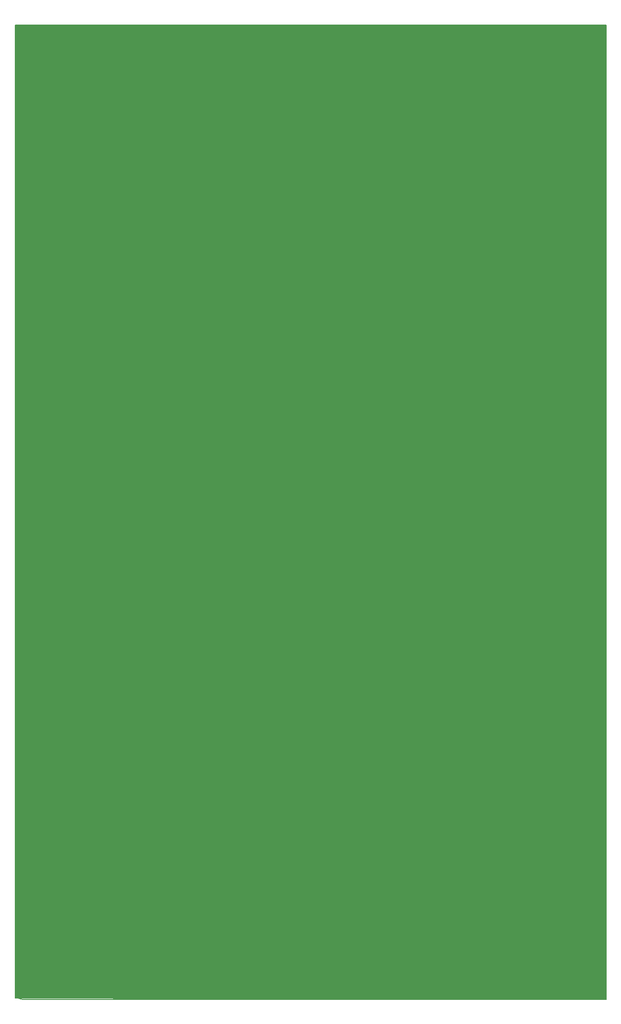
<source format=gbr>
G04 #@! TF.GenerationSoftware,KiCad,Pcbnew,(5.1.2-1)-1*
G04 #@! TF.CreationDate,2019-08-21T15:26:35+02:00*
G04 #@! TF.ProjectId,Benjolin_Panel,42656e6a-6f6c-4696-9e5f-50616e656c2e,rev?*
G04 #@! TF.SameCoordinates,Original*
G04 #@! TF.FileFunction,Soldermask,Top*
G04 #@! TF.FilePolarity,Negative*
%FSLAX46Y46*%
G04 Gerber Fmt 4.6, Leading zero omitted, Abs format (unit mm)*
G04 Created by KiCad (PCBNEW (5.1.2-1)-1) date 2019-08-21 15:26:35*
%MOMM*%
%LPD*%
G04 APERTURE LIST*
%ADD10C,0.150000*%
G04 APERTURE END LIST*
D10*
X173990000Y-190500000D02*
X68580000Y-190500000D01*
X173990000Y-12700000D02*
G75*
G02X175260000Y-13970000I0J-1270000D01*
G01*
X68580000Y-12700000D02*
X173990000Y-12700000D01*
X67310000Y-189230000D02*
X67310000Y-13970000D01*
X68580000Y-190500000D02*
G75*
G02X67310000Y-189230000I0J1270000D01*
G01*
X175260000Y-189230000D02*
G75*
G02X173990000Y-190500000I-1270000J0D01*
G01*
X67310000Y-13970000D02*
G75*
G02X68580000Y-12700000I1270000J0D01*
G01*
X175260000Y-13970000D02*
X175260000Y-189230000D01*
X112085000Y-147637500D02*
G75*
G03X112085000Y-147637500I-3500000J0D01*
G01*
X137485000Y-128587500D02*
G75*
G03X137485000Y-128587500I-3500000J0D01*
G01*
X86685000Y-128587500D02*
G75*
G03X86685000Y-128587500I-3500000J0D01*
G01*
X137485000Y-166687500D02*
G75*
G03X137485000Y-166687500I-3500000J0D01*
G01*
X162885000Y-128587500D02*
G75*
G03X162885000Y-128587500I-3500000J0D01*
G01*
X167735000Y-19050000D02*
G75*
G03X167735000Y-19050000I-2000000J0D01*
G01*
X137485000Y-147637500D02*
G75*
G03X137485000Y-147637500I-3500000J0D01*
G01*
X78835000Y-184150000D02*
G75*
G03X78835000Y-184150000I-2000000J0D01*
G01*
X112085000Y-128587500D02*
G75*
G03X112085000Y-128587500I-3500000J0D01*
G01*
X137485000Y-33337500D02*
G75*
G03X137485000Y-33337500I-3500000J0D01*
G01*
X112085000Y-166687500D02*
G75*
G03X112085000Y-166687500I-3500000J0D01*
G01*
X112077500Y-33337500D02*
G75*
G03X112077500Y-33337500I-3500000J0D01*
G01*
X86685000Y-147637500D02*
G75*
G03X86685000Y-147637500I-3500000J0D01*
G01*
X167735000Y-184150000D02*
G75*
G03X167735000Y-184150000I-2000000J0D01*
G01*
X162885000Y-166687500D02*
G75*
G03X162885000Y-166687500I-3500000J0D01*
G01*
X86685000Y-166687500D02*
G75*
G03X86685000Y-166687500I-3500000J0D01*
G01*
X86685000Y-33337500D02*
G75*
G03X86685000Y-33337500I-3500000J0D01*
G01*
X78835000Y-19050000D02*
G75*
G03X78835000Y-19050000I-2000000J0D01*
G01*
X162385000Y-147645000D02*
G75*
G03X162385000Y-147645000I-3000000J0D01*
G01*
G36*
X175260000Y-190500000D02*
G01*
X67310000Y-190246000D01*
X67310000Y-12700000D01*
X175260000Y-12700000D01*
X175260000Y-190500000D01*
G37*
X175260000Y-190500000D02*
X67310000Y-190246000D01*
X67310000Y-12700000D01*
X175260000Y-12700000D01*
X175260000Y-190500000D01*
M02*

</source>
